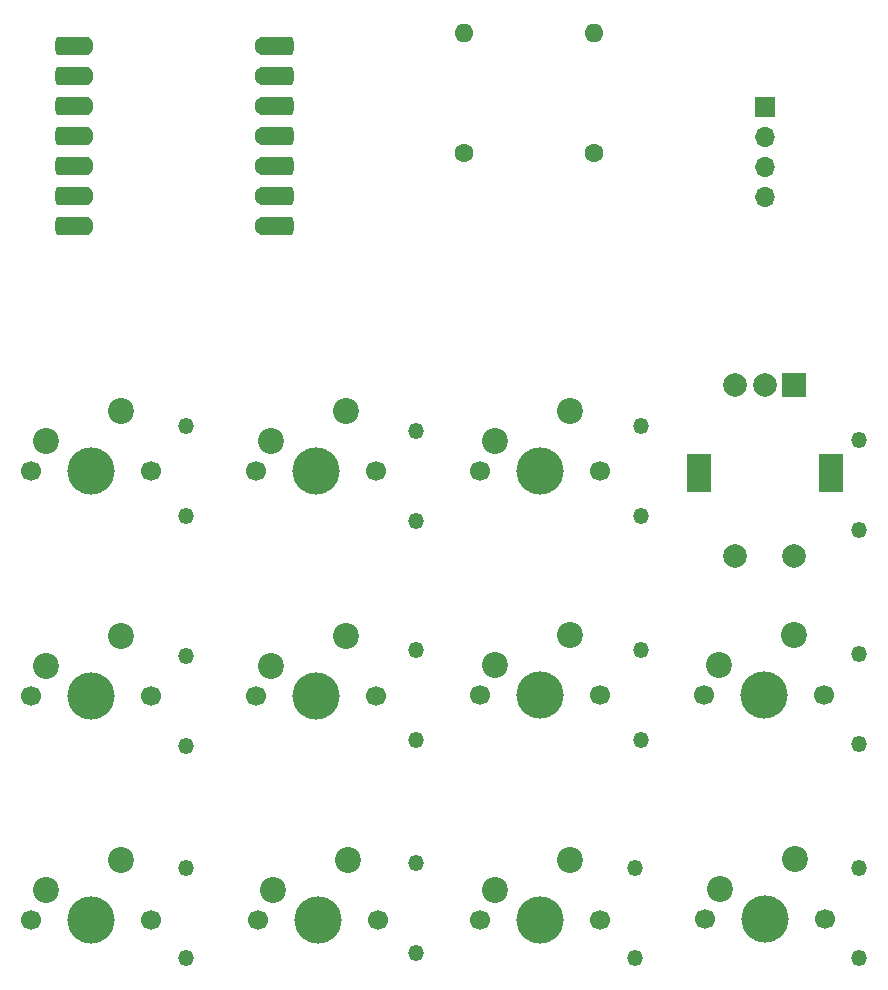
<source format=gbr>
%TF.GenerationSoftware,KiCad,Pcbnew,8.0.5*%
%TF.CreationDate,2024-10-19T19:52:03+11:00*%
%TF.ProjectId,Hackpad,4861636b-7061-4642-9e6b-696361645f70,rev?*%
%TF.SameCoordinates,Original*%
%TF.FileFunction,Soldermask,Top*%
%TF.FilePolarity,Negative*%
%FSLAX46Y46*%
G04 Gerber Fmt 4.6, Leading zero omitted, Abs format (unit mm)*
G04 Created by KiCad (PCBNEW 8.0.5) date 2024-10-19 19:52:03*
%MOMM*%
%LPD*%
G01*
G04 APERTURE LIST*
G04 Aperture macros list*
%AMRoundRect*
0 Rectangle with rounded corners*
0 $1 Rounding radius*
0 $2 $3 $4 $5 $6 $7 $8 $9 X,Y pos of 4 corners*
0 Add a 4 corners polygon primitive as box body*
4,1,4,$2,$3,$4,$5,$6,$7,$8,$9,$2,$3,0*
0 Add four circle primitives for the rounded corners*
1,1,$1+$1,$2,$3*
1,1,$1+$1,$4,$5*
1,1,$1+$1,$6,$7*
1,1,$1+$1,$8,$9*
0 Add four rect primitives between the rounded corners*
20,1,$1+$1,$2,$3,$4,$5,0*
20,1,$1+$1,$4,$5,$6,$7,0*
20,1,$1+$1,$6,$7,$8,$9,0*
20,1,$1+$1,$8,$9,$2,$3,0*%
G04 Aperture macros list end*
%ADD10O,1.348740X1.348740*%
%ADD11C,1.700000*%
%ADD12C,4.000000*%
%ADD13C,2.200000*%
%ADD14C,1.600000*%
%ADD15O,1.600000X1.600000*%
%ADD16RoundRect,0.400000X-1.100000X-0.400000X1.100000X-0.400000X1.100000X0.400000X-1.100000X0.400000X0*%
%ADD17R,1.700000X1.700000*%
%ADD18O,1.700000X1.700000*%
%ADD19R,2.000000X2.000000*%
%ADD20C,2.000000*%
%ADD21R,2.000000X3.200000*%
G04 APERTURE END LIST*
D10*
%TO.C,D2*%
X109000000Y-79690000D03*
X109000000Y-87310000D03*
%TD*%
D11*
%TO.C,SW6*%
X114340000Y-102000000D03*
D12*
X119420000Y-102000000D03*
D11*
X124500000Y-102000000D03*
D13*
X121960000Y-96920000D03*
X115610000Y-99460000D03*
%TD*%
D14*
%TO.C,R1*%
X124000000Y-56080000D03*
D15*
X124000000Y-45920000D03*
%TD*%
D11*
%TO.C,SW10*%
X133380000Y-102040000D03*
D12*
X138460000Y-102040000D03*
D11*
X143540000Y-102040000D03*
D13*
X141000000Y-96960000D03*
X134650000Y-99500000D03*
%TD*%
D11*
%TO.C,SW11*%
X133420000Y-121000000D03*
D12*
X138500000Y-121000000D03*
D11*
X143580000Y-121000000D03*
D13*
X141040000Y-115920000D03*
X134690000Y-118460000D03*
%TD*%
D10*
%TO.C,D5*%
X109000000Y-98190000D03*
X109000000Y-105810000D03*
%TD*%
D14*
%TO.C,M1*%
X80882500Y-47037000D03*
D16*
X79882500Y-47037000D03*
D14*
X80882500Y-49577000D03*
D16*
X79882500Y-49577000D03*
D14*
X80882500Y-52117000D03*
D16*
X79882500Y-52117000D03*
D14*
X80882500Y-54657000D03*
D16*
X79882500Y-54657000D03*
D14*
X80882500Y-57197000D03*
D16*
X79882500Y-57197000D03*
D14*
X80882500Y-59737000D03*
D16*
X79882500Y-59737000D03*
D14*
X80882500Y-62277000D03*
D16*
X79882500Y-62277000D03*
D14*
X96117500Y-62277000D03*
D16*
X97117500Y-62277000D03*
D14*
X96117500Y-59737000D03*
D16*
X97117500Y-59737000D03*
D14*
X96117500Y-57197000D03*
D16*
X97117500Y-57197000D03*
D14*
X96117500Y-54657000D03*
D16*
X97117500Y-54657000D03*
D14*
X96117500Y-52117000D03*
D16*
X97117500Y-52117000D03*
D14*
X96117500Y-49577000D03*
D16*
X97117500Y-49577000D03*
D14*
X96117500Y-47037000D03*
D16*
X97117500Y-47037000D03*
%TD*%
D17*
%TO.C,J1*%
X138500000Y-52190000D03*
D18*
X138500000Y-54730000D03*
X138500000Y-57270000D03*
X138500000Y-59810000D03*
%TD*%
D11*
%TO.C,SW3*%
X114420000Y-83000000D03*
D12*
X119500000Y-83000000D03*
D11*
X124580000Y-83000000D03*
D13*
X122040000Y-77920000D03*
X115690000Y-80460000D03*
%TD*%
D11*
%TO.C,SW1*%
X76380000Y-83080000D03*
D12*
X81460000Y-83080000D03*
D11*
X86540000Y-83080000D03*
D13*
X84000000Y-78000000D03*
X77650000Y-80540000D03*
%TD*%
D10*
%TO.C,D9*%
X127500000Y-116690000D03*
X127500000Y-124310000D03*
%TD*%
D11*
%TO.C,SW5*%
X95380000Y-102080000D03*
D12*
X100460000Y-102080000D03*
D11*
X105540000Y-102080000D03*
D13*
X103000000Y-97000000D03*
X96650000Y-99540000D03*
%TD*%
D10*
%TO.C,D7*%
X89500000Y-116690000D03*
X89500000Y-124310000D03*
%TD*%
D11*
%TO.C,SW8*%
X95570000Y-121080000D03*
D12*
X100650000Y-121080000D03*
D11*
X105730000Y-121080000D03*
D13*
X103190000Y-116000000D03*
X96840000Y-118540000D03*
%TD*%
D10*
%TO.C,D10*%
X146500000Y-98500000D03*
X146500000Y-106120000D03*
%TD*%
%TO.C,D6*%
X128000000Y-98190000D03*
X128000000Y-105810000D03*
%TD*%
%TO.C,D8*%
X109000000Y-116190000D03*
X109000000Y-123810000D03*
%TD*%
D11*
%TO.C,SW9*%
X114380000Y-121080000D03*
D12*
X119460000Y-121080000D03*
D11*
X124540000Y-121080000D03*
D13*
X122000000Y-116000000D03*
X115650000Y-118540000D03*
%TD*%
D19*
%TO.C,SW12*%
X141000000Y-75750000D03*
D20*
X136000000Y-75750000D03*
X138500000Y-75750000D03*
D21*
X144100000Y-83250000D03*
X132900000Y-83250000D03*
D20*
X141000000Y-90250000D03*
X136000000Y-90250000D03*
%TD*%
D10*
%TO.C,D11*%
X146500000Y-116690000D03*
X146500000Y-124310000D03*
%TD*%
D11*
%TO.C,SW4*%
X76380000Y-102080000D03*
D12*
X81460000Y-102080000D03*
D11*
X86540000Y-102080000D03*
D13*
X84000000Y-97000000D03*
X77650000Y-99540000D03*
%TD*%
D10*
%TO.C,D1*%
X89500000Y-79190000D03*
X89500000Y-86810000D03*
%TD*%
D11*
%TO.C,SW2*%
X95380000Y-83080000D03*
D12*
X100460000Y-83080000D03*
D11*
X105540000Y-83080000D03*
D13*
X103000000Y-78000000D03*
X96650000Y-80540000D03*
%TD*%
D14*
%TO.C,R2*%
X113000000Y-56080000D03*
D15*
X113000000Y-45920000D03*
%TD*%
D11*
%TO.C,SW7*%
X76380000Y-121080000D03*
D12*
X81460000Y-121080000D03*
D11*
X86540000Y-121080000D03*
D13*
X84000000Y-116000000D03*
X77650000Y-118540000D03*
%TD*%
D10*
%TO.C,D12*%
X146500000Y-80380000D03*
X146500000Y-88000000D03*
%TD*%
%TO.C,D3*%
X128000000Y-79190000D03*
X128000000Y-86810000D03*
%TD*%
%TO.C,D4*%
X89500000Y-98690000D03*
X89500000Y-106310000D03*
%TD*%
M02*

</source>
